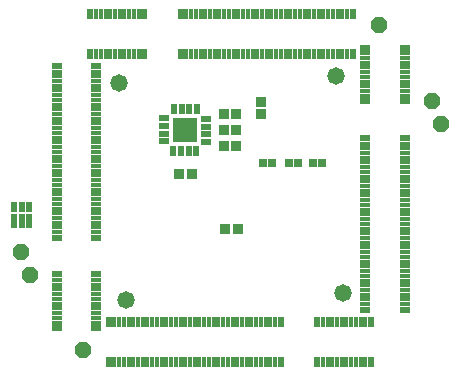
<source format=gts>
G75*
%MOIN*%
%OFA0B0*%
%FSLAX24Y24*%
%IPPOS*%
%LPD*%
%AMOC8*
5,1,8,0,0,1.08239X$1,22.5*
%
%ADD10C,0.0580*%
%ADD11R,0.0350X0.0380*%
%ADD12OC8,0.0560*%
%ADD13R,0.0230X0.0380*%
%ADD14R,0.0230X0.0480*%
%ADD15R,0.0340X0.0171*%
%ADD16R,0.0340X0.0218*%
%ADD17R,0.0171X0.0340*%
%ADD18R,0.0218X0.0340*%
%ADD19R,0.0250X0.0250*%
%ADD20R,0.0827X0.0827*%
%ADD21R,0.0320X0.0200*%
%ADD22R,0.0200X0.0320*%
%ADD23R,0.0380X0.0350*%
D10*
X004402Y004162D03*
X011642Y004402D03*
X011402Y011642D03*
X004162Y011402D03*
D11*
X006192Y008362D03*
X006612Y008362D03*
X007672Y009282D03*
X008092Y009282D03*
X008092Y009822D03*
X007672Y009822D03*
X007672Y010362D03*
X008092Y010362D03*
X008132Y006522D03*
X007712Y006522D03*
D12*
X002962Y002482D03*
X001202Y005002D03*
X000902Y005762D03*
X012842Y013322D03*
X014602Y010802D03*
X014902Y010042D03*
D13*
X001192Y007262D03*
X000942Y007262D03*
X000692Y007262D03*
D14*
X000692Y006812D03*
X000942Y006812D03*
X001192Y006812D03*
D15*
X002099Y006740D03*
X002099Y006897D03*
X002099Y007055D03*
X002099Y007212D03*
X002099Y007370D03*
X002099Y007527D03*
X002099Y007685D03*
X002099Y007842D03*
X002099Y008000D03*
X002099Y008157D03*
X002099Y008315D03*
X002099Y008472D03*
X002099Y008630D03*
X002099Y008787D03*
X002099Y008944D03*
X002099Y009102D03*
X002099Y009259D03*
X002099Y009417D03*
X002099Y009574D03*
X002099Y009732D03*
X002099Y009889D03*
X002099Y010047D03*
X002099Y010204D03*
X002099Y010362D03*
X002099Y010519D03*
X002099Y010677D03*
X002099Y010834D03*
X002099Y010992D03*
X002099Y011149D03*
X002099Y011307D03*
X002099Y011464D03*
X002099Y011622D03*
X002099Y011779D03*
X003425Y011779D03*
X003425Y011622D03*
X003425Y011464D03*
X003425Y011307D03*
X003425Y011149D03*
X003425Y010992D03*
X003425Y010834D03*
X003425Y010677D03*
X003425Y010519D03*
X003425Y010362D03*
X003425Y010204D03*
X003425Y010047D03*
X003425Y009889D03*
X003425Y009732D03*
X003425Y009574D03*
X003425Y009417D03*
X003425Y009259D03*
X003425Y009102D03*
X003425Y008944D03*
X003425Y008787D03*
X003425Y008630D03*
X003425Y008472D03*
X003425Y008315D03*
X003425Y008157D03*
X003425Y008000D03*
X003425Y007842D03*
X003425Y007685D03*
X003425Y007527D03*
X003425Y007370D03*
X003425Y007212D03*
X003425Y007055D03*
X003425Y006897D03*
X003425Y006740D03*
X003425Y006582D03*
X003425Y006425D03*
X002099Y006425D03*
X002099Y006582D03*
X002099Y004831D03*
X002099Y004673D03*
X002099Y004516D03*
X002099Y004358D03*
X002099Y004201D03*
X002099Y004043D03*
X002099Y003886D03*
X002099Y003728D03*
X002099Y003571D03*
X002099Y003413D03*
X003425Y003413D03*
X003425Y003571D03*
X003425Y003728D03*
X003425Y003886D03*
X003425Y004043D03*
X003425Y004201D03*
X003425Y004358D03*
X003425Y004516D03*
X003425Y004673D03*
X003425Y004831D03*
X012379Y004812D03*
X012379Y004655D03*
X012379Y004497D03*
X012379Y004340D03*
X012379Y004182D03*
X012379Y004025D03*
X012379Y004970D03*
X012379Y005127D03*
X012379Y005285D03*
X012379Y005442D03*
X012379Y005600D03*
X012379Y005757D03*
X012379Y005915D03*
X012379Y006072D03*
X012379Y006230D03*
X012379Y006387D03*
X012379Y006544D03*
X012379Y006702D03*
X012379Y006859D03*
X012379Y007017D03*
X012379Y007174D03*
X012379Y007332D03*
X012379Y007489D03*
X012379Y007647D03*
X012379Y007804D03*
X012379Y007962D03*
X012379Y008119D03*
X012379Y008277D03*
X012379Y008434D03*
X012379Y008592D03*
X012379Y008749D03*
X012379Y008907D03*
X012379Y009064D03*
X012379Y009222D03*
X012379Y009379D03*
X013705Y009379D03*
X013705Y009222D03*
X013705Y009064D03*
X013705Y008907D03*
X013705Y008749D03*
X013705Y008592D03*
X013705Y008434D03*
X013705Y008277D03*
X013705Y008119D03*
X013705Y007962D03*
X013705Y007804D03*
X013705Y007647D03*
X013705Y007489D03*
X013705Y007332D03*
X013705Y007174D03*
X013705Y007017D03*
X013705Y006859D03*
X013705Y006702D03*
X013705Y006544D03*
X013705Y006387D03*
X013705Y006230D03*
X013705Y006072D03*
X013705Y005915D03*
X013705Y005757D03*
X013705Y005600D03*
X013705Y005442D03*
X013705Y005285D03*
X013705Y005127D03*
X013705Y004970D03*
X013705Y004812D03*
X013705Y004655D03*
X013705Y004497D03*
X013705Y004340D03*
X013705Y004182D03*
X013705Y004025D03*
X013705Y010973D03*
X013705Y011131D03*
X013705Y011288D03*
X013705Y011446D03*
X013705Y011603D03*
X013705Y011761D03*
X013705Y011918D03*
X013705Y012076D03*
X013705Y012233D03*
X013705Y012391D03*
X012379Y012391D03*
X012379Y012233D03*
X012379Y012076D03*
X012379Y011918D03*
X012379Y011761D03*
X012379Y011603D03*
X012379Y011446D03*
X012379Y011288D03*
X012379Y011131D03*
X012379Y010973D03*
D16*
X012379Y010786D03*
X012379Y009566D03*
X013705Y009566D03*
X013705Y010786D03*
X013705Y012578D03*
X012379Y012578D03*
X012379Y003838D03*
X013705Y003838D03*
X003425Y003226D03*
X002099Y003226D03*
X002099Y005018D03*
X002099Y006238D03*
X003425Y006238D03*
X003425Y005018D03*
X003425Y011966D03*
X002099Y011966D03*
D17*
X003413Y012379D03*
X003571Y012379D03*
X003728Y012379D03*
X003886Y012379D03*
X004043Y012379D03*
X004201Y012379D03*
X004358Y012379D03*
X004516Y012379D03*
X004673Y012379D03*
X004831Y012379D03*
X004831Y013705D03*
X004673Y013705D03*
X004516Y013705D03*
X004358Y013705D03*
X004201Y013705D03*
X004043Y013705D03*
X003886Y013705D03*
X003728Y013705D03*
X003571Y013705D03*
X003413Y013705D03*
X006425Y013705D03*
X006582Y013705D03*
X006740Y013705D03*
X006897Y013705D03*
X007055Y013705D03*
X007212Y013705D03*
X007370Y013705D03*
X007527Y013705D03*
X007685Y013705D03*
X007842Y013705D03*
X008000Y013705D03*
X008157Y013705D03*
X008315Y013705D03*
X008472Y013705D03*
X008630Y013705D03*
X008787Y013705D03*
X008944Y013705D03*
X009102Y013705D03*
X009259Y013705D03*
X009417Y013705D03*
X009574Y013705D03*
X009732Y013705D03*
X009889Y013705D03*
X010047Y013705D03*
X010204Y013705D03*
X010362Y013705D03*
X010519Y013705D03*
X010677Y013705D03*
X010834Y013705D03*
X010992Y013705D03*
X011149Y013705D03*
X011307Y013705D03*
X011464Y013705D03*
X011622Y013705D03*
X011779Y013705D03*
X011779Y012379D03*
X011622Y012379D03*
X011464Y012379D03*
X011307Y012379D03*
X011149Y012379D03*
X010992Y012379D03*
X010834Y012379D03*
X010677Y012379D03*
X010519Y012379D03*
X010362Y012379D03*
X010204Y012379D03*
X010047Y012379D03*
X009889Y012379D03*
X009732Y012379D03*
X009574Y012379D03*
X009417Y012379D03*
X009259Y012379D03*
X009102Y012379D03*
X008944Y012379D03*
X008787Y012379D03*
X008630Y012379D03*
X008472Y012379D03*
X008315Y012379D03*
X008157Y012379D03*
X008000Y012379D03*
X007842Y012379D03*
X007685Y012379D03*
X007527Y012379D03*
X007370Y012379D03*
X007212Y012379D03*
X007055Y012379D03*
X006897Y012379D03*
X006740Y012379D03*
X006582Y012379D03*
X006425Y012379D03*
X006387Y003425D03*
X006230Y003425D03*
X006072Y003425D03*
X005915Y003425D03*
X005757Y003425D03*
X005600Y003425D03*
X005442Y003425D03*
X005285Y003425D03*
X005127Y003425D03*
X004970Y003425D03*
X004812Y003425D03*
X004655Y003425D03*
X004497Y003425D03*
X004340Y003425D03*
X004182Y003425D03*
X004025Y003425D03*
X004025Y002099D03*
X004182Y002099D03*
X004340Y002099D03*
X004497Y002099D03*
X004655Y002099D03*
X004812Y002099D03*
X004970Y002099D03*
X005127Y002099D03*
X005285Y002099D03*
X005442Y002099D03*
X005600Y002099D03*
X005757Y002099D03*
X005915Y002099D03*
X006072Y002099D03*
X006230Y002099D03*
X006387Y002099D03*
X006544Y002099D03*
X006702Y002099D03*
X006859Y002099D03*
X007017Y002099D03*
X007174Y002099D03*
X007332Y002099D03*
X007489Y002099D03*
X007647Y002099D03*
X007804Y002099D03*
X007962Y002099D03*
X008119Y002099D03*
X008277Y002099D03*
X008434Y002099D03*
X008592Y002099D03*
X008749Y002099D03*
X008907Y002099D03*
X009064Y002099D03*
X009222Y002099D03*
X009379Y002099D03*
X009379Y003425D03*
X009222Y003425D03*
X009064Y003425D03*
X008907Y003425D03*
X008749Y003425D03*
X008592Y003425D03*
X008434Y003425D03*
X008277Y003425D03*
X008119Y003425D03*
X007962Y003425D03*
X007804Y003425D03*
X007647Y003425D03*
X007489Y003425D03*
X007332Y003425D03*
X007174Y003425D03*
X007017Y003425D03*
X006859Y003425D03*
X006702Y003425D03*
X006544Y003425D03*
X010973Y003425D03*
X011131Y003425D03*
X011288Y003425D03*
X011446Y003425D03*
X011603Y003425D03*
X011761Y003425D03*
X011918Y003425D03*
X012076Y003425D03*
X012233Y003425D03*
X012391Y003425D03*
X012391Y002099D03*
X012233Y002099D03*
X012076Y002099D03*
X011918Y002099D03*
X011761Y002099D03*
X011603Y002099D03*
X011446Y002099D03*
X011288Y002099D03*
X011131Y002099D03*
X010973Y002099D03*
D18*
X010786Y002099D03*
X009566Y002099D03*
X009566Y003425D03*
X010786Y003425D03*
X012578Y003425D03*
X012578Y002099D03*
X003838Y002099D03*
X003838Y003425D03*
X003226Y012379D03*
X003226Y013705D03*
X005018Y013705D03*
X006238Y013705D03*
X006238Y012379D03*
X005018Y012379D03*
X011966Y012379D03*
X011966Y013705D03*
D19*
X010957Y008742D03*
X010647Y008742D03*
X010157Y008742D03*
X009847Y008742D03*
X009277Y008742D03*
X008967Y008742D03*
D20*
X006382Y009822D03*
D21*
X007081Y009940D03*
X007081Y009684D03*
X007081Y009428D03*
X007081Y010196D03*
X005683Y010216D03*
X005683Y009960D03*
X005683Y009704D03*
X005683Y009448D03*
D22*
X005988Y009123D03*
X006244Y009123D03*
X006500Y009123D03*
X006756Y009123D03*
X006776Y010521D03*
X006520Y010521D03*
X006264Y010521D03*
X006008Y010521D03*
D23*
X008902Y010352D03*
X008902Y010772D03*
M02*

</source>
